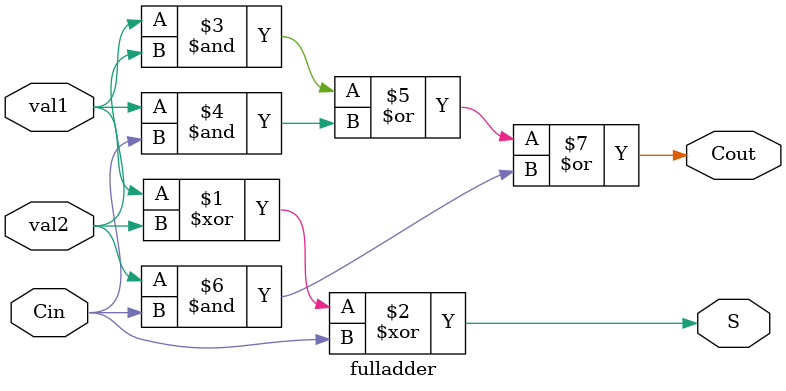
<source format=v>

`timescale 1ns / 1ns // `timescale time_unit/time_precision

module rca4bit (input [7:0] SW, output [9:0] LEDR);

	// declare wires for fa connections
	wire [3:0] wfaC;
	
	assign wfaC[0] = 0;

	// instantiate full adders (fa)
	fulladder fa1 (
						.val1(SW[0]),
						.val2(SW[4]),
						.Cin(wfaC[0]),
						.S(LEDR[0]),
						.Cout(wfaC[1])
						);
	fulladder fa2 (
						.val1(SW[1]),
						.val2(SW[5]),
						.Cin(wfaC[1]),
						.S(LEDR[1]),
						.Cout(wfaC[2])
						);
	fulladder fa3 (
						.val1(SW[2]),
						.val2(SW[6]),
						.Cin(wfaC[2]),
						.S(LEDR[2]),
						.Cout(wfaC[3])
						);
	fulladder fa4 (
						.val1(SW[3]),
						.val2(SW[7]),
						.Cin(wfaC[3]),
						.S(LEDR[3]),
						.Cout(LEDR[9])
						);
	
endmodule	// main module for ripple-carry adder



module fulladder (input val1, val2, Cin,
						output S, Cout);

		assign S = val1 ^ val2 ^ Cin;
		assign Cout = (val1 & val2) | (val1 & Cin) | (val2 & Cin);

endmodule	// full adder helper module

</source>
